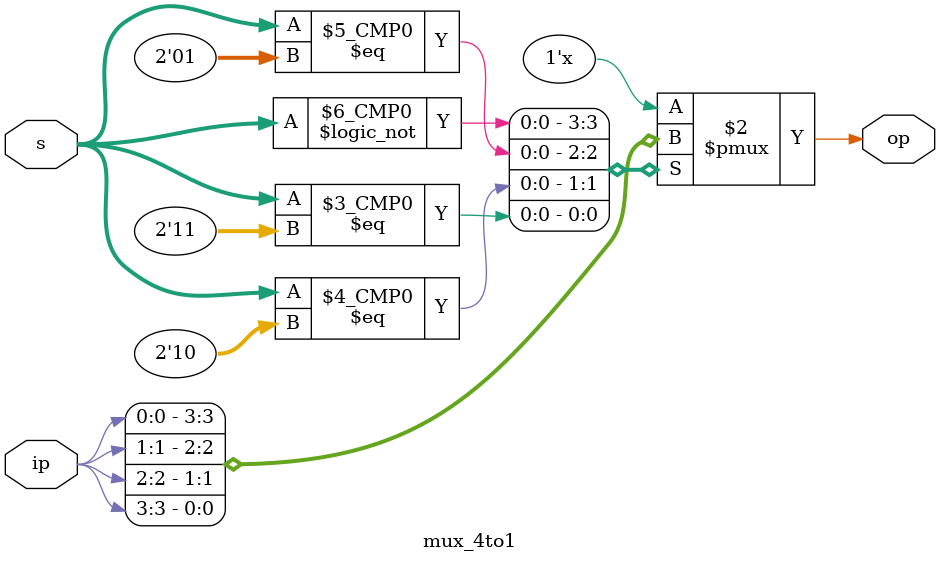
<source format=v>
module mux_8to1(op, ip, s);
input [7:0] ip;
input [2:0] s;
output op;
wire w1, w2, w3, w4, w5;
mux_4to1 a(w1, ip[3:0], s[1:0]);
mux_4to1 b(w2, ip[7:4], s[1:0]);
not n(w3, s[2]);
and an1(w4, w1, w3);
and an2(w5, w2, s[2]);
nor n1(op, w4, w5);
endmodule


module mux_4to1(op, ip, s);
output reg op;
input[3:0] ip;
input [1:0] s;
always @(*)
begin
	case(s)
		2'b00 : op=ip[0];
		2'b01 : op=ip[1];
		2'b10 : op=ip[2];
		2'b11 : op=ip[3];
	endcase
end
endmodule

</source>
